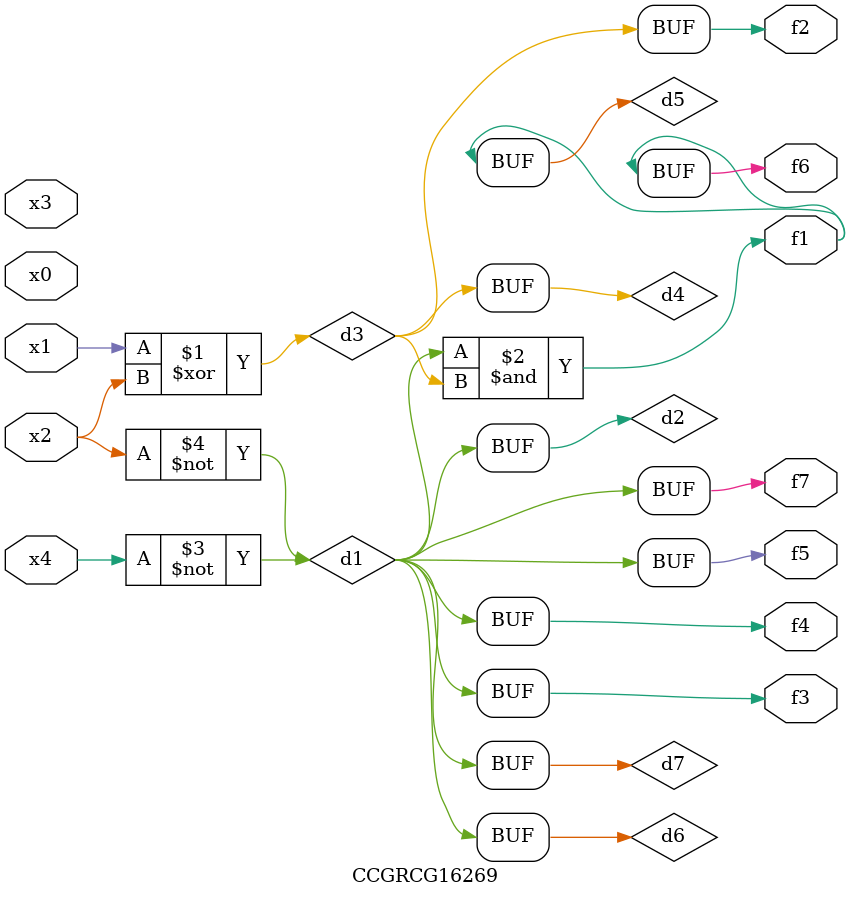
<source format=v>
module CCGRCG16269(
	input x0, x1, x2, x3, x4,
	output f1, f2, f3, f4, f5, f6, f7
);

	wire d1, d2, d3, d4, d5, d6, d7;

	not (d1, x4);
	not (d2, x2);
	xor (d3, x1, x2);
	buf (d4, d3);
	and (d5, d1, d3);
	buf (d6, d1, d2);
	buf (d7, d2);
	assign f1 = d5;
	assign f2 = d4;
	assign f3 = d7;
	assign f4 = d7;
	assign f5 = d7;
	assign f6 = d5;
	assign f7 = d7;
endmodule

</source>
